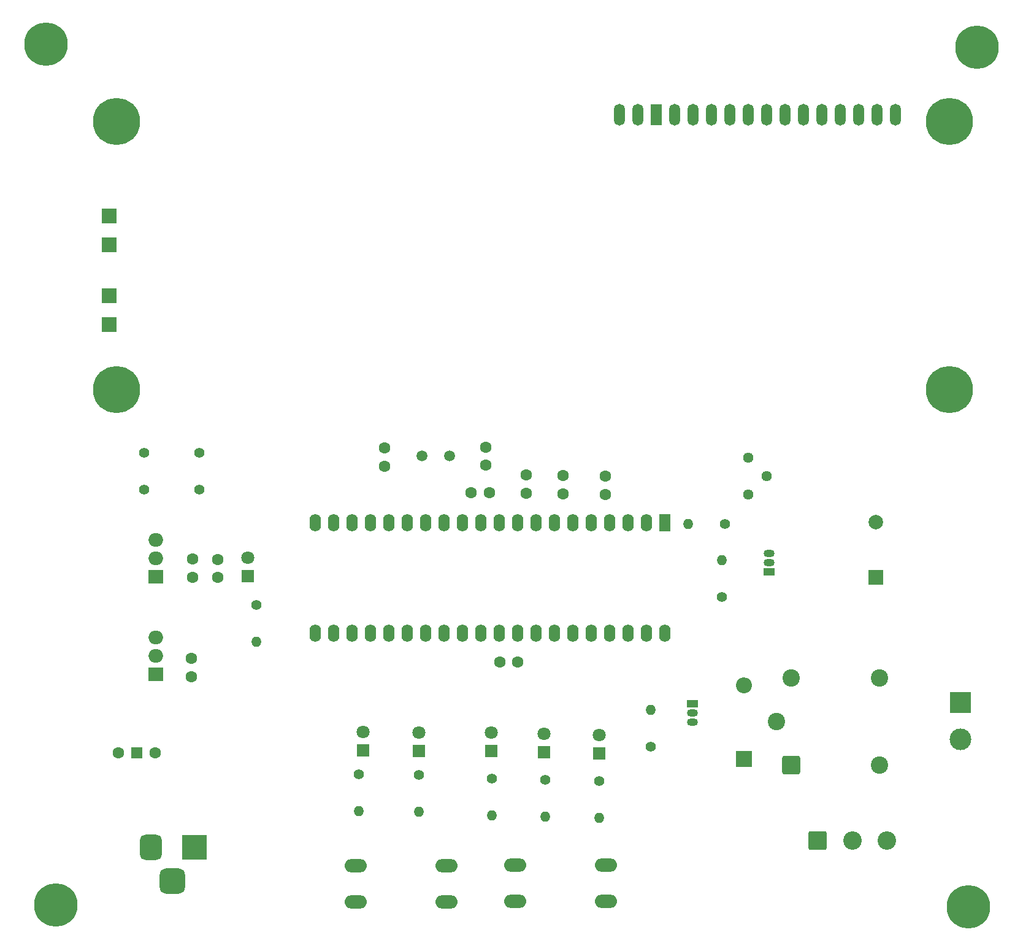
<source format=gbr>
%TF.GenerationSoftware,KiCad,Pcbnew,7.0.11*%
%TF.CreationDate,2024-07-12T13:59:46+01:00*%
%TF.ProjectId,3 mode bottle filling machine,33206d6f-6465-4206-926f-74746c652066,v1*%
%TF.SameCoordinates,Original*%
%TF.FileFunction,Soldermask,Bot*%
%TF.FilePolarity,Negative*%
%FSLAX46Y46*%
G04 Gerber Fmt 4.6, Leading zero omitted, Abs format (unit mm)*
G04 Created by KiCad (PCBNEW 7.0.11) date 2024-07-12 13:59:46*
%MOMM*%
%LPD*%
G01*
G04 APERTURE LIST*
G04 Aperture macros list*
%AMRoundRect*
0 Rectangle with rounded corners*
0 $1 Rounding radius*
0 $2 $3 $4 $5 $6 $7 $8 $9 X,Y pos of 4 corners*
0 Add a 4 corners polygon primitive as box body*
4,1,4,$2,$3,$4,$5,$6,$7,$8,$9,$2,$3,0*
0 Add four circle primitives for the rounded corners*
1,1,$1+$1,$2,$3*
1,1,$1+$1,$4,$5*
1,1,$1+$1,$6,$7*
1,1,$1+$1,$8,$9*
0 Add four rect primitives between the rounded corners*
20,1,$1+$1,$2,$3,$4,$5,0*
20,1,$1+$1,$4,$5,$6,$7,0*
20,1,$1+$1,$6,$7,$8,$9,0*
20,1,$1+$1,$8,$9,$2,$3,0*%
G04 Aperture macros list end*
%ADD10R,2.200000X2.200000*%
%ADD11O,2.200000X2.200000*%
%ADD12C,1.600000*%
%ADD13C,1.400000*%
%ADD14O,1.400000X1.400000*%
%ADD15R,1.800000X1.800000*%
%ADD16C,1.800000*%
%ADD17C,6.500000*%
%ADD18R,1.500000X3.000000*%
%ADD19O,1.500000X3.000000*%
%ADD20R,2.000000X2.000000*%
%ADD21R,1.600000X2.400000*%
%ADD22O,1.600000X2.400000*%
%ADD23R,1.500000X1.050000*%
%ADD24O,1.500000X1.050000*%
%ADD25C,2.000000*%
%ADD26R,3.000000X3.000000*%
%ADD27C,3.000000*%
%ADD28C,3.400000*%
%ADD29C,6.000000*%
%ADD30R,1.500000X1.500000*%
%ADD31C,2.400000*%
%ADD32RoundRect,0.250000X1.000000X-1.000000X1.000000X1.000000X-1.000000X1.000000X-1.000000X-1.000000X0*%
%ADD33O,3.048000X1.850000*%
%ADD34R,3.500000X3.500000*%
%ADD35RoundRect,0.750000X-0.750000X-1.000000X0.750000X-1.000000X0.750000X1.000000X-0.750000X1.000000X0*%
%ADD36RoundRect,0.875000X-0.875000X-0.875000X0.875000X-0.875000X0.875000X0.875000X-0.875000X0.875000X0*%
%ADD37C,1.500000*%
%ADD38RoundRect,0.249999X-1.025001X-1.025001X1.025001X-1.025001X1.025001X1.025001X-1.025001X1.025001X0*%
%ADD39C,2.550000*%
%ADD40R,2.000000X1.905000*%
%ADD41O,2.000000X1.905000*%
%ADD42C,1.397000*%
%ADD43C,1.440000*%
G04 APERTURE END LIST*
D10*
%TO.C,D7*%
X162050000Y-127405000D03*
D11*
X162050000Y-117245000D03*
%TD*%
D12*
%TO.C,C9*%
X137100000Y-90800000D03*
X137100000Y-88300000D03*
%TD*%
D13*
%TO.C,R3*%
X149150000Y-125740000D03*
D14*
X149150000Y-120660000D03*
%TD*%
D15*
%TO.C,D1*%
X93550000Y-102140000D03*
D16*
X93550000Y-99600000D03*
%TD*%
D13*
%TO.C,R8*%
X117175000Y-129585000D03*
D14*
X117175000Y-134665000D03*
%TD*%
D12*
%TO.C,C7*%
X126900000Y-90650000D03*
X124400000Y-90650000D03*
%TD*%
D15*
%TO.C,D5*%
X117175000Y-126300000D03*
D16*
X117175000Y-123760000D03*
%TD*%
D12*
%TO.C,C2*%
X85930000Y-102315000D03*
X85930000Y-99815000D03*
%TD*%
%TO.C,C8*%
X131975000Y-90700000D03*
X131975000Y-88200000D03*
%TD*%
D13*
%TO.C,R6*%
X134575000Y-130310000D03*
D14*
X134575000Y-135390000D03*
%TD*%
D13*
%TO.C,R9*%
X108825000Y-129485000D03*
D14*
X108825000Y-134565000D03*
%TD*%
D12*
%TO.C,C10*%
X142875000Y-90875000D03*
X142875000Y-88375000D03*
%TD*%
D13*
%TO.C,R1*%
X94700000Y-106160000D03*
D14*
X94700000Y-111240000D03*
%TD*%
D17*
%TO.C,U4*%
X75425000Y-39467500D03*
X75425000Y-76467500D03*
X190425000Y-39467500D03*
X190425000Y-76467500D03*
D18*
X149925000Y-38467500D03*
D19*
X152465000Y-38467500D03*
X155005000Y-38467500D03*
X157545000Y-38467500D03*
X160085000Y-38467500D03*
X162625000Y-38467500D03*
X165165000Y-38467500D03*
X167705000Y-38467500D03*
X170245000Y-38467500D03*
X172785000Y-38467500D03*
X175325000Y-38467500D03*
X177865000Y-38467500D03*
X180405000Y-38467500D03*
X182945000Y-38467500D03*
X147385000Y-38467500D03*
X144845000Y-38467500D03*
D20*
X74425000Y-52467500D03*
X74425000Y-63467500D03*
X74425000Y-56467500D03*
X74425000Y-67467500D03*
%TD*%
D21*
%TO.C,U2*%
X151125000Y-94795000D03*
D22*
X148585000Y-94795000D03*
X146045000Y-94795000D03*
X143505000Y-94795000D03*
X140965000Y-94795000D03*
X138425000Y-94795000D03*
X135885000Y-94795000D03*
X133345000Y-94795000D03*
X130805000Y-94795000D03*
X128265000Y-94795000D03*
X125725000Y-94795000D03*
X123185000Y-94795000D03*
X120645000Y-94795000D03*
X118105000Y-94795000D03*
X115565000Y-94795000D03*
X113025000Y-94795000D03*
X110485000Y-94795000D03*
X107945000Y-94795000D03*
X105405000Y-94795000D03*
X102865000Y-94795000D03*
X102865000Y-110035000D03*
X105405000Y-110035000D03*
X107945000Y-110035000D03*
X110485000Y-110035000D03*
X113025000Y-110035000D03*
X115565000Y-110035000D03*
X118105000Y-110035000D03*
X120645000Y-110035000D03*
X123185000Y-110035000D03*
X125725000Y-110035000D03*
X128265000Y-110035000D03*
X130805000Y-110035000D03*
X133345000Y-110035000D03*
X135885000Y-110035000D03*
X138425000Y-110035000D03*
X140965000Y-110035000D03*
X143505000Y-110035000D03*
X146045000Y-110035000D03*
X148585000Y-110035000D03*
X151125000Y-110035000D03*
%TD*%
D13*
%TO.C,R2*%
X159440000Y-94975000D03*
D14*
X154360000Y-94975000D03*
%TD*%
D23*
%TO.C,Q1*%
X154950000Y-119775000D03*
D24*
X154950000Y-121045000D03*
X154950000Y-122315000D03*
%TD*%
D12*
%TO.C,C1*%
X85775000Y-116050000D03*
X85775000Y-113550000D03*
%TD*%
D13*
%TO.C,R10*%
X158950000Y-105015000D03*
D14*
X158950000Y-99935000D03*
%TD*%
D15*
%TO.C,D4*%
X127125000Y-126315000D03*
D16*
X127125000Y-123775000D03*
%TD*%
D20*
%TO.C,BZ1*%
X180200000Y-102300000D03*
D25*
X180200000Y-94700000D03*
%TD*%
D26*
%TO.C,J2*%
X191925000Y-119585000D03*
D27*
X191925000Y-124665000D03*
%TD*%
D13*
%TO.C,R5*%
X142025000Y-130485000D03*
D14*
X142025000Y-135565000D03*
%TD*%
D28*
%TO.C,H4*%
X65700000Y-28750000D03*
D29*
X65700000Y-28750000D03*
%TD*%
D30*
%TO.C,SW3*%
X78210000Y-126575000D03*
D12*
X75670000Y-126575000D03*
X80750000Y-126575000D03*
%TD*%
D13*
%TO.C,R7*%
X127200000Y-130150000D03*
D14*
X127200000Y-135230000D03*
%TD*%
D28*
%TO.C,H3*%
X193050000Y-147775000D03*
D29*
X193050000Y-147775000D03*
%TD*%
D31*
%TO.C,K1*%
X166550000Y-122257500D03*
X180750000Y-116257500D03*
X180750000Y-128257500D03*
D32*
X168550000Y-128257500D03*
D31*
X168550000Y-116257500D03*
%TD*%
D15*
%TO.C,D2*%
X142050000Y-126600000D03*
D16*
X142050000Y-124060000D03*
%TD*%
D33*
%TO.C,SW4*%
X108460000Y-142150000D03*
X120960000Y-142150000D03*
X108460000Y-147150000D03*
X120960000Y-147150000D03*
%TD*%
D23*
%TO.C,Q2*%
X165475000Y-101595000D03*
D24*
X165475000Y-100325000D03*
X165475000Y-99055000D03*
%TD*%
D34*
%TO.C,J1*%
X86150000Y-139575000D03*
D35*
X80150000Y-139575000D03*
D36*
X83150000Y-144275000D03*
%TD*%
D12*
%TO.C,C4*%
X126425000Y-84350000D03*
X126425000Y-86850000D03*
%TD*%
D28*
%TO.C,H1*%
X194250000Y-29200000D03*
D29*
X194250000Y-29200000D03*
%TD*%
D28*
%TO.C,H2*%
X67075000Y-147575000D03*
D29*
X67075000Y-147575000D03*
%TD*%
D12*
%TO.C,C5*%
X112425000Y-84475000D03*
X112425000Y-86975000D03*
%TD*%
D37*
%TO.C,Y1*%
X117575000Y-85550000D03*
X121375000Y-85550000D03*
%TD*%
D38*
%TO.C,J3*%
X172200000Y-138625000D03*
D39*
X177000000Y-138625000D03*
X181800000Y-138625000D03*
%TD*%
D40*
%TO.C,U1*%
X80830000Y-102245000D03*
D41*
X80830000Y-99705000D03*
X80830000Y-97165000D03*
%TD*%
D15*
%TO.C,D6*%
X109450000Y-126225000D03*
D16*
X109450000Y-123685000D03*
%TD*%
D42*
%TO.C,SW1*%
X79190000Y-85160000D03*
X86810000Y-85160000D03*
X79190000Y-90240000D03*
X86810000Y-90240000D03*
%TD*%
D15*
%TO.C,D3*%
X134400000Y-126490000D03*
D16*
X134400000Y-123950000D03*
%TD*%
D40*
%TO.C,U3*%
X80850000Y-115755000D03*
D41*
X80850000Y-113215000D03*
X80850000Y-110675000D03*
%TD*%
D12*
%TO.C,C6*%
X130800000Y-114000000D03*
X128300000Y-114000000D03*
%TD*%
D33*
%TO.C,SW2*%
X130485000Y-142050000D03*
X142985000Y-142050000D03*
X130485000Y-147050000D03*
X142985000Y-147050000D03*
%TD*%
D43*
%TO.C,RV1*%
X162600000Y-90950000D03*
X165140000Y-88410000D03*
X162600000Y-85870000D03*
%TD*%
D12*
%TO.C,C3*%
X89400000Y-99850000D03*
X89400000Y-102350000D03*
%TD*%
M02*

</source>
